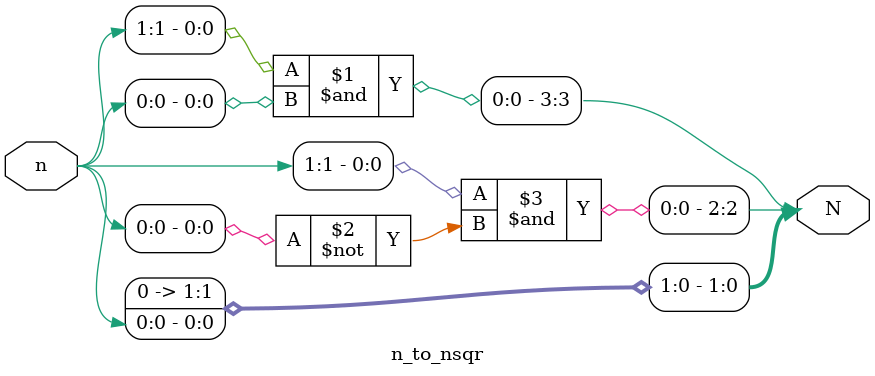
<source format=v>
module n_to_nsqr (n,N);
  input [1:0] n;
  output [3:0] N;
  
  assign N[3] = n[1] & n[0];
  assign N[2] = n[1] & (~n[0]);
  assign N[1] = 0;
  assign N[0] = n[0];
  
endmodule

</source>
